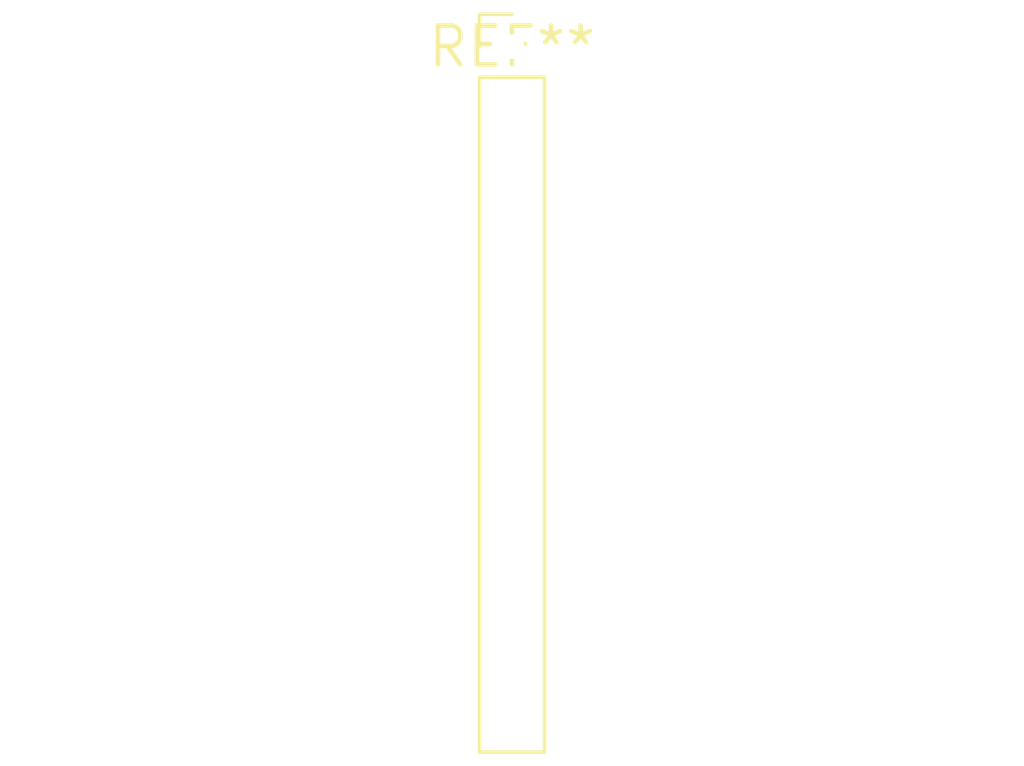
<source format=kicad_pcb>
(kicad_pcb (version 20240108) (generator pcbnew)
  (layers (0 "F.Cu" signal) (31 "B.Cu" signal) (34 "B.Paste" user) (35 "F.Paste" user) (36 "B.SilkS" user "B.Silkscreen") (37 "F.SilkS" user "F.Silkscreen") (38 "B.Mask" user) (39 "F.Mask" user) (44 "Edge.Cuts" user))
  (net 0 "")
  (footprint "PinHeader_1x12_P2.00mm_Vertical" (layer "F.Cu") (at 0 0)
    (property "Reference" "REF**")
    (property "Value" "PinHeader_1x12_P2.00mm_Vertical")
    (fp_line (start -1.06 -1.06) (end 0 -1.06) (layer "F.SilkS") (stroke (width 0.12)))
    (fp_line (start -1.06 0) (end -1.06 -1.06) (layer "F.SilkS") (stroke (width 0.12)))
    (fp_line (start -1.06 1) (end -1.06 23.06) (layer "F.SilkS") (stroke (width 0.12)))
    (fp_line (start -1.06 1) (end 1.06 1) (layer "F.SilkS") (stroke (width 0.12)))
    (fp_line (start -1.06 23.06) (end 1.06 23.06) (layer "F.SilkS") (stroke (width 0.12)))
    (fp_line (start 1.06 1) (end 1.06 23.06) (layer "F.SilkS") (stroke (width 0.12)))
    (pad "1" thru_hole rect (at 0 0) (size 1.35 1.35) (drill 0.8) (layers *.Cu *.Mask) (remove_unused_layers))
    (pad "2" thru_hole oval (at 0 2) (size 1.35 1.35) (drill 0.8) (layers *.Cu *.Mask) (remove_unused_layers))
    (pad "3" thru_hole oval (at 0 4) (size 1.35 1.35) (drill 0.8) (layers *.Cu *.Mask) (remove_unused_layers))
    (pad "4" thru_hole oval (at 0 6) (size 1.35 1.35) (drill 0.8) (layers *.Cu *.Mask) (remove_unused_layers))
    (pad "5" thru_hole oval (at 0 8) (size 1.35 1.35) (drill 0.8) (layers *.Cu *.Mask) (remove_unused_layers))
    (pad "6" thru_hole oval (at 0 10) (size 1.35 1.35) (drill 0.8) (layers *.Cu *.Mask) (remove_unused_layers))
    (pad "7" thru_hole oval (at 0 12) (size 1.35 1.35) (drill 0.8) (layers *.Cu *.Mask) (remove_unused_layers))
    (pad "8" thru_hole oval (at 0 14) (size 1.35 1.35) (drill 0.8) (layers *.Cu *.Mask) (remove_unused_layers))
    (pad "9" thru_hole oval (at 0 16) (size 1.35 1.35) (drill 0.8) (layers *.Cu *.Mask) (remove_unused_layers))
    (pad "10" thru_hole oval (at 0 18) (size 1.35 1.35) (drill 0.8) (layers *.Cu *.Mask) (remove_unused_layers))
    (pad "11" thru_hole oval (at 0 20) (size 1.35 1.35) (drill 0.8) (layers *.Cu *.Mask) (remove_unused_layers))
    (pad "12" thru_hole oval (at 0 22) (size 1.35 1.35) (drill 0.8) (layers *.Cu *.Mask) (remove_unused_layers))
  )
)
</source>
